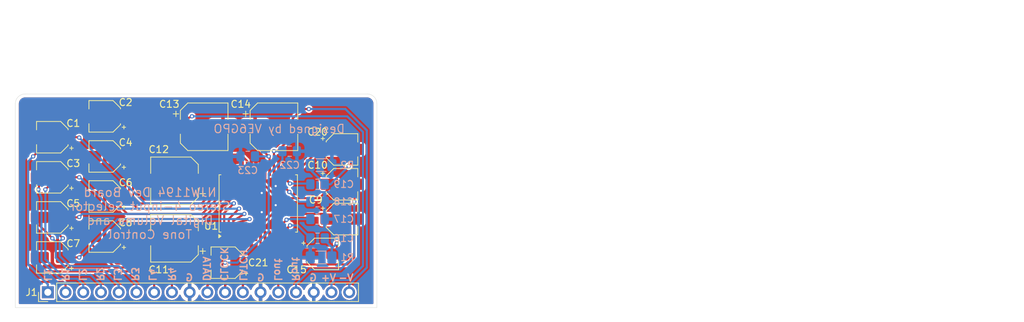
<source format=kicad_pcb>
(kicad_pcb (version 20240108) (generator "pcbnew") (generator_version "8.0")
  (layers (0 "F.Cu" signal) (31 "B.Cu" signal) (34 "B.Paste" user) (35 "F.Paste" user) (36 "B.SilkS" user "B.Silkscreen") (37 "F.SilkS" user "F.Silkscreen") (38 "B.Mask" user) (39 "F.Mask" user) (44 "Edge.Cuts" user))
  (net 0 "")
  (net 1 "Net-(U1-In_A1)")
  (net 2 "Net-(U1-In_B1)")
  (net 3 "Net-(U1-In_A2)")
  (net 4 "Net-(U1-In_B2)")
  (net 5 "Net-(U1-In_A3)")
  (net 6 "Net-(U1-In_B3)")
  (net 7 "Net-(U1-In_A4)")
  (net 8 "Net-(U1-In_B4)")
  (net 9 "Net-(U1-Out_A)")
  (net 10 "Net-(U1-Out_B)")
  (net 11 "Net-(U1-DCCAP_A)")
  (net 12 "GND")
  (net 13 "Net-(U1-DCCAP_B)")
  (net 14 "/V+")
  (net 15 "/V-")
  (net 16 "Net-(C15-Pad2)")
  (net 17 "Net-(U1-Tone_BA2A)")
  (net 18 "Net-(U1-Tone_BA1A)")
  (net 19 "Net-(U1-Tone_TR1A)")
  (net 20 "Net-(U1-Tone_TR1B)")
  (net 21 "Net-(U1-Tone_BA1B)")
  (net 22 "Net-(C19-Pad1)")
  (net 23 "Net-(U1-Tone_BA2B)")
  (net 24 "Net-(U1-VDDOUT)")
  (net 25 "/L1_in")
  (net 26 "/R1_in")
  (net 27 "/L2_in")
  (net 28 "/R2_in")
  (net 29 "/L3_in")
  (net 30 "/R3_in")
  (net 31 "/L4_in")
  (net 32 "/R4_in")
  (net 33 "/L_out")
  (net 34 "/R_out")
  (net 35 "/LATCH")
  (net 36 "/CLOCK")
  (net 37 "/DATA")
  (footprint "Capacitor_SMD:CP_Elec_4x5.7" (layer "F.Cu") (at 102.25 86.5 180)
    (property "Reference" "C7" (at -3 2 180) (layer "F.SilkS"))
    (property "Value" "10u")
    (pad "1" smd roundrect (at -1.8 0 180) (size 2.6 1.6) (layers "F.Cu" "F.Paste" "F.Mask") (roundrect_rratio 0.15625) (net 7 "Net-(U1-In_A4)"))
    (pad "2" smd roundrect (at 1.8 0 180) (size 2.6 1.6) (layers "F.Cu" "F.Paste" "F.Mask") (roundrect_rratio 0.15625) (net 31 "/L4_in"))
  )
  (footprint "Capacitor_SMD:CP_Elec_6.3x7.7" (layer "F.Cu") (at 124 67.75)
    (property "Reference" "C13" (at -5 -3.25 0) (layer "F.SilkS"))
    (property "Value" "100u")
    (pad "1" smd roundrect (at -2.7 0) (size 3.5 1.6) (layers "F.Cu" "F.Paste" "F.Mask") (roundrect_rratio 0.15625) (net 14 "/V+"))
    (pad "2" smd roundrect (at 2.7 0) (size 3.5 1.6) (layers "F.Cu" "F.Paste" "F.Mask") (roundrect_rratio 0.15625) (net 12 "GND"))
  )
  (footprint "Capacitor_SMD:CP_Elec_6.3x7.7" (layer "F.Cu") (at 119.75 75.5 180)
    (property "Reference" "C12" (at 2.25 4.5 0) (layer "F.SilkS"))
    (property "Value" "100u")
    (pad "1" smd roundrect (at -2.7 0 180) (size 3.5 1.6) (layers "F.Cu" "F.Paste" "F.Mask") (roundrect_rratio 0.15625) (net 13 "Net-(U1-DCCAP_B)"))
    (pad "2" smd roundrect (at 2.7 0 180) (size 3.5 1.6) (layers "F.Cu" "F.Paste" "F.Mask") (roundrect_rratio 0.15625) (net 12 "GND"))
  )
  (footprint "Capacitor_SMD:CP_Elec_4x5.7" (layer "F.Cu") (at 143.75 71)
    (property "Reference" "C20" (at -3.5 -2.5 180) (layer "F.SilkS"))
    (property "Value" "4u7")
    (pad "1" smd roundrect (at -1.8 0) (size 2.6 1.6) (layers "F.Cu" "F.Paste" "F.Mask") (roundrect_rratio 0.15625) (net 23 "Net-(U1-Tone_BA2B)"))
    (pad "2" smd roundrect (at 1.8 0) (size 2.6 1.6) (layers "F.Cu" "F.Paste" "F.Mask") (roundrect_rratio 0.15625) (net 22 "Net-(C19-Pad1)"))
  )
  (footprint "Capacitor_SMD:CP_Elec_4x5.7" (layer "F.Cu") (at 127.25 87.25 180)
    (property "Reference" "C21" (at -4.5 0 0) (layer "F.SilkS"))
    (property "Value" "10u")
    (pad "1" smd roundrect (at -1.8 0 180) (size 2.6 1.6) (layers "F.Cu" "F.Paste" "F.Mask") (roundrect_rratio 0.15625) (net 24 "Net-(U1-VDDOUT)"))
    (pad "2" smd roundrect (at 1.8 0 180) (size 2.6 1.6) (layers "F.Cu" "F.Paste" "F.Mask") (roundrect_rratio 0.15625) (net 15 "/V-"))
  )
  (footprint "Capacitor_SMD:CP_Elec_4x5.7" (layer "F.Cu") (at 102.25 80.75 180)
    (property "Reference" "C5" (at -3 2 180) (layer "F.SilkS"))
    (property "Value" "10u")
    (pad "1" smd roundrect (at -1.8 0 180) (size 2.6 1.6) (layers "F.Cu" "F.Paste" "F.Mask") (roundrect_rratio 0.15625) (net 5 "Net-(U1-In_A3)"))
    (pad "2" smd roundrect (at 1.8 0 180) (size 2.6 1.6) (layers "F.Cu" "F.Paste" "F.Mask") (roundrect_rratio 0.15625) (net 29 "/L3_in"))
  )
  (footprint "GP_graphics:graph" (layer "F.Cu") (at 115.25 68.25)
    (property "Reference" "G***" (hide yes))
    (property "Value" "LOGO" (hide yes))
  )
  (footprint "Capacitor_SMD:CP_Elec_6.3x7.7" (layer "F.Cu") (at 134 67.75)
    (property "Reference" "C14" (at -4.75 -3.25 0) (layer "F.SilkS"))
    (property "Value" "100u")
    (pad "1" smd roundrect (at -2.7 0) (size 3.5 1.6) (layers "F.Cu" "F.Paste" "F.Mask") (roundrect_rratio 0.15625) (net 12 "GND"))
    (pad "2" smd roundrect (at 2.7 0) (size 3.5 1.6) (layers "F.Cu" "F.Paste" "F.Mask") (roundrect_rratio 0.15625) (net 15 "/V-"))
  )
  (footprint "Capacitor_SMD:CP_Elec_4x5.7" (layer "F.Cu") (at 109.75 72 180)
    (property "Reference" "C4" (at -3 2 180) (layer "F.SilkS"))
    (property "Value" "10u")
    (pad "1" smd roundrect (at -1.8 0 180) (size 2.6 1.6) (layers "F.Cu" "F.Paste" "F.Mask") (roundrect_rratio 0.15625) (net 4 "Net-(U1-In_B2)"))
    (pad "2" smd roundrect (at 1.8 0 180) (size 2.6 1.6) (layers "F.Cu" "F.Paste" "F.Mask") (roundrect_rratio 0.15625) (net 28 "/R2_in"))
  )
  (footprint "Capacitor_SMD:CP_Elec_4x5.7" (layer "F.Cu") (at 143.75 81)
    (property "Reference" "C9" (at -3.75 -2.75 0) (layer "F.SilkS"))
    (property "Value" "10u")
    (pad "1" smd roundrect (at -1.8 0) (size 2.6 1.6) (layers "F.Cu" "F.Paste" "F.Mask") (roundrect_rratio 0.15625) (net 9 "Net-(U1-Out_A)"))
    (pad "2" smd roundrect (at 1.8 0) (size 2.6 1.6) (layers "F.Cu" "F.Paste" "F.Mask") (roundrect_rratio 0.15625) (net 33 "/L_out"))
  )
  (footprint "Capacitor_SMD:CP_Elec_4x5.7" (layer "F.Cu") (at 109.75 77.75 180)
    (property "Reference" "C6" (at -3 2 180) (layer "F.SilkS"))
    (property "Value" "10u")
    (pad "1" smd roundrect (at -1.8 0 180) (size 2.6 1.6) (layers "F.Cu" "F.Paste" "F.Mask") (roundrect_rratio 0.15625) (net 6 "Net-(U1-In_B3)"))
    (pad "2" smd roundrect (at 1.8 0 180) (size 2.6 1.6) (layers "F.Cu" "F.Paste" "F.Mask") (roundrect_rratio 0.15625) (net 30 "/R3_in"))
  )
  (footprint "Capacitor_SMD:CP_Elec_4x5.7" (layer "F.Cu") (at 141 86)
    (property "Reference" "C15" (at -3.75 2.25 180) (layer "F.SilkS"))
    (property "Value" "4u7")
    (pad "1" smd roundrect (at -1.8 0) (size 2.6 1.6) (layers "F.Cu" "F.Paste" "F.Mask") (roundrect_rratio 0.15625) (net 17 "Net-(U1-Tone_BA2A)"))
    (pad "2" smd roundrect (at 1.8 0) (size 2.6 1.6) (layers "F.Cu" "F.Paste" "F.Mask") (roundrect_rratio 0.15625) (net 16 "Net-(C15-Pad2)"))
  )
  (footprint "Package_SO:TSSOP-32_8x11mm_P0.65mm" (layer "F.Cu") (at 131.75 78.75 90)
    (property "Reference" "U1" (at -3.25 -6.75 180) (layer "F.SilkS"))
    (property "Value" "NJW1194")
    (pad "1" smd roundrect (at -4.6625 -4.875 90) (size 1.475 0.4) (layers "F.Cu" "F.Paste" "F.Mask") (net 1 "Net-(U1-In_A1)"))
    (pad "2" smd roundrect (at -4.6625 -4.225 90) (size 1.475 0.4) (layers "F.Cu" "F.Paste" "F.Mask") (net 3 "Net-(U1-In_A2)"))
    (pad "3" smd roundrect (at -4.6625 -3.575 90) (size 1.475 0.4) (layers "F.Cu" "F.Paste" "F.Mask") (net 5 "Net-(U1-In_A3)"))
    (pad "4" smd roundrect (at -4.6625 -2.925 90) (size 1.475 0.4) (layers "F.Cu" "F.Paste" "F.Mask") (net 7 "Net-(U1-In_A4)"))
    (pad "5" smd roundrect (at -4.6625 -2.275 90) (size 1.475 0.4) (layers "F.Cu" "F.Paste" "F.Mask") (net 12 "GND"))
    (pad "6" smd roundrect (at -4.6625 -1.625 90) (size 1.475 0.4) (layers "F.Cu" "F.Paste" "F.Mask") (net 11 "Net-(U1-DCCAP_A)"))
    (pad "7" smd roundrect (at -4.6625 -0.975 90) (size 1.475 0.4) (layers "F.Cu" "F.Paste" "F.Mask") (net 12 "GND"))
    (pad "8" smd roundrect (at -4.6625 -0.325 90) (size 1.475 0.4) (layers "F.Cu" "F.Paste" "F.Mask") (net 9 "Net-(U1-Out_A)"))
    (pad "9" smd roundrect (at -4.6625 0.325 90) (size 1.475 0.4) (layers "F.Cu" "F.Paste" "F.Mask") (net 24 "Net-(U1-VDDOUT)"))
    (pad "10" smd roundrect (at -4.6625 0.975 90) (size 1.475 0.4) (layers "F.Cu" "F.Paste" "F.Mask") (net 37 "/DATA"))
    (pad "11" smd roundrect (at -4.6625 1.625 90) (size 1.475 0.4) (layers "F.Cu" "F.Paste" "F.Mask") (net 36 "/CLOCK"))
    (pad "12" smd roundrect (at -4.6625 2.275 90) (size 1.475 0.4) (layers "F.Cu" "F.Paste" "F.Mask") (net 35 "/LATCH"))
    (pad "13" smd roundrect (at -4.6625 2.925 90) (size 1.475 0.4) (layers "F.Cu" "F.Paste" "F.Mask") (net 12 "GND"))
    (pad "14" smd roundrect (at -4.6625 3.575 90) (size 1.475 0.4) (layers "F.Cu" "F.Paste" "F.Mask") (net 19 "Net-(U1-Tone_TR1A)"))
    (pad "15" smd roundrect (at -4.6625 4.225 90) (size 1.475 0.4) (layers "F.Cu" "F.Paste" "F.Mask") (net 18 "Net-(U1-Tone_BA1A)"))
    (pad "16" smd roundrect (at -4.6625 4.875 90) (size 1.475 0.4) (layers "F.Cu" "F.Paste" "F.Mask") (net 17 "Net-(U1-Tone_BA2A)"))
    (pad "17" smd roundrect (at 4.6625 4.875 90) (size 1.475 0.4) (layers "F.Cu" "F.Paste" "F.Mask") (net 23 "Net-(U1-Tone_BA2B)"))
    (pad "18" smd roundrect (at 4.6625 4.225 90) (size 1.475 0.4) (layers "F.Cu" "F.Paste" "F.Mask") (net 21 "Net-(U1-Tone_BA1B)"))
    (pad "19" smd roundrect (at 4.6625 3.575 90) (size 1.475 0.4) (layers "F.Cu" "F.Paste" "F.Mask") (net 20 "Net-(U1-Tone_TR1B)"))
    (pad "20" smd roundrect (at 4.6625 2.925 90) (size 1.475 0.4) (layers "F.Cu" "F.Paste" "F.Mask") (net 12 "GND"))
    (pad "21" smd roundrect (at 4.6625 2.275 90) (size 1.475 0.4) (layers "F.Cu" "F.Paste" "F.Mask") (net 15 "/V-"))
    (pad "22" smd roundrect (at 4.6625 1.625 90) (size 1.475 0.4) (layers "F.Cu" "F.Paste" "F.Mask") (net 14 "/V+"))
    (pad "23" smd roundrect (at 4.6625 0.975 90) (size 1.475 0.4) (layers "F.Cu" "F.Paste" "F.Mask") (net 12 "GND"))
    (pad "24" smd roundrect (at 4.6625 0.325 90) (size 1.475 0.4) (layers "F.Cu" "F.Paste" "F.Mask") (net 12 "GND"))
    (pad "25" smd roundrect (at 4.6625 -0.325 90) (size 1.475 0.4) (layers "F.Cu" "F.Paste" "F.Mask") (net 10 "Net-(U1-Out_B)"))
    (pad "26" smd roundrect (at 4.6625 -0.975 90) (size 1.475 0.4) (layers "F.Cu" "F.Paste" "F.Mask") (net 12 "GND"))
    (pad "27" smd roundrect (at 4.6625 -1.625 90) (size 1.475 0.4) (layers "F.Cu" "F.Paste" "F.Mask") (net 13 "Net-(U1-DCCAP_B)"))
    (pad "28" smd roundrect (at 4.6625 -2.275 90) (size 1.475 0.4) (layers "F.Cu" "F.Paste" "F.Mask") (net 12 "GND"))
    (pad "29" smd roundrect (at 4.6625 -2.925 90) (size 1.475 0.4) (layers "F.Cu" "F.Paste" "F.Mask") (net 8 "Net-(U1-In_B4)"))
    (pad "30" smd roundrect (at 4.6625 -3.575 90) (size 1.475 0.4) (layers "F.Cu" "F.Paste" "F.Mask") (net 6 "Net-(U1-In_B3)"))
    (pad "31" smd roundrect (at 4.6625 -4.225 90) (size 1.475 0.4) (layers "F.Cu" "F.Paste" "F.Mask") (net 4 "Net-(U1-In_B2)"))
    (pad "32" smd roundrect (at 4.6625 -4.875 90) (size 1.475 0.4) (layers "F.Cu" "F.Paste" "F.Mask") (net 2 "Net-(U1-In_B1)"))
  )
  (footprint "Capacitor_SMD:CP_Elec_4x5.7" (layer "F.Cu") (at 109.75 66.25 180)
    (property "Reference" "C2" (at -3 2 180) (layer "F.SilkS"))
    (property "Value" "10u")
    (pad "1" smd roundrect (at -1.8 0 180) (size 2.6 1.6) (layers "F.Cu" "F.Paste" "F.Mask") (roundrect_rratio 0.15625) (net 2 "Net-(U1-In_B1)"))
    (pad "2" smd roundrect (at 1.8 0 180) (size 2.6 1.6) (layers "F.Cu" "F.Paste" "F.Mask") (roundrect_rratio 0.15625) (net 26 "/R1_in"))
  )
  (footprint "Connector_PinHeader_2.54mm:PinHeader_1x18_P2.54mm_Vertical" (layer "F.Cu") (at 101.6 91.5 90)
    (property "Reference" "J1" (at 0 -2.33 0) (layer "F.SilkS"))
    (property "Value" "Conn_01x18_Pin")
    (pad "1" thru_hole rect (at 0 0 90) (size 1.7 1.7) (drill 1) (layers "*.Cu" "*.Mask") (net 25 "/L1_in"))
    (pad "2" thru_hole oval (at 0 2.54 90) (size 1.7 1.7) (drill 1) (layers "*.Cu" "*.Mask") (net 26 "/R1_in"))
    (pad "3" thru_hole oval (at 0 5.08 90) (size 1.7 1.7) (drill 1) (layers "*.Cu" "*.Mask") (net 27 "/L2_in"))
    (pad "4" thru_hole oval (at 0 7.62 90) (size 1.7 1.7) (drill 1) (layers "*.Cu" "*.Mask") (net 28 "/R2_in"))
    (pad "5" thru_hole oval (at 0 10.16 90) (size 1.7 1.7) (drill 1) (layers "*.Cu" "*.Mask") (net 29 "/L3_in"))
    (pad "6" thru_hole oval (at 0 12.7 90) (size 1.7 1.7) (drill 1) (layers "*.Cu" "*.Mask") (net 30 "/R3_in"))
    (pad "7" thru_hole oval (at 0 15.24 90) (size 1.7 1.7) (drill 1) (layers "*.Cu" "*.Mask") (net 31 "/L4_in"))
    (pad "8" thru_hole oval (at 0 17.78 90) (size 1.7 1.7) (drill 1) (layers "*.Cu" "*.Mask") (net 32 "/R4_in"))
    (pad "9" thru_hole oval (at 0 20.32 90) (size 1.7 1.7) (drill 1) (layers "*.Cu" "*.Mask") (net 12 "GND"))
    (pad "10" thru_hole oval (at 0 22.86 90) (size 1.7 1.7) (drill 1) (layers "*.Cu" "*.Mask") (net 37 "/DATA"))
    (pad "11" thru_hole oval (at 0 25.4 90) (size 1.7 1.7) (drill 1) (layers "*.Cu" "*.Mask") (net 36 "/CLOCK"))
    (pad "12" thru_hole oval (at 0 27.94 90) (size 1.7 1.7) (drill 1) (layers "*.Cu" "*.Mask") (net 35 "/LATCH"))
    (pad "13" thru_hole oval (at 0 30.48 90) (size 1.7 1.7) (drill 1) (layers "*.Cu" "*.Mask") (net 12 "GND"))
    (pad "14" thru_hole oval (at 0 33.02 90) (size 1.7 1.7) (drill 1) (layers "*.Cu" "*.Mask") (net 33 "/L_out"))
    (pad "15" thru_hole oval (at 0 35.56 90) (size 1.7 1.7) (drill 1) (layers "*.Cu" "*.Mask") (net 34 "/R_out"))
    (pad "16" thru_hole oval (at 0 38.1 90) (size 1.7 1.7) (drill 1) (layers "*.Cu" "*.Mask") (net 12 "GND"))
    (pad "17" thru_hole oval (at 0 40.64 90) (size 1.7 1.7) (drill 1) (layers "*.Cu" "*.Mask") (net 14 "/V+"))
    (pad "18" thru_hole oval (at 0 43.18 90) (size 1.7 1.7) (drill 1) (layers "*.Cu" "*.Mask") (net 15 "/V-"))
  )
  (footprint "Capacitor_SMD:CP_Elec_4x5.7" (layer "F.Cu") (at 102.25 75 180)
    (property "Reference" "C3" (at -3 2 180) (layer "F.SilkS"))
    (property "Value" "10u")
    (pad "1" smd roundrect (at -1.8 0 180) (size 2.6 1.6) (layers "F.Cu" "F.Paste" "F.Mask") (roundrect_rratio 0.15625) (net 3 "Net-(U1-In_A2)"))
    (pad "2" smd roundrect (at 1.8 0 180) (size 2.6 1.6) (layers "F.Cu" "F.Paste" "F.Mask") (roundrect_rratio 0.15625) (net 27 "/L2_in"))
  )
  (footprint "Capacitor_SMD:CP_Elec_4x5.7" (layer "F.Cu") (at 109.75 83.5 180)
    (property "Reference" "C8" (at -3 2 180) (layer "F.SilkS"))
    (property "Value" "10u")
    (pad "1" smd roundrect (at -1.8 0 180) (size 2.6 1.6) (layers "F.Cu" "F.Paste" "F.Mask") (roundrect_rratio 0.15625) (net 8 "Net-(U1-In_B4)"))
    (pad "2" smd roundrect (at 1.8 0 180) (size 2.6 1.6) (layers "F.Cu" "F.Paste" "F.Mask") (roundrect_rratio 0.15625) (net 32 "/R4_in"))
  )
  (footprint "Capacitor_SMD:CP_Elec_4x5.7" (layer "F.Cu") (at 102.25 69.25 180)
    (property "Reference" "C1" (at -3 2 180) (layer "F.SilkS"))
    (property "Value" "10u")
    (pad "1" smd roundrect (at -1.8 0 180) (size 2.6 1.6) (layers "F.Cu" "F.Paste" "F.Mask") (roundrect_rratio 0.15625) (net 1 "Net-(U1-In_A1)"))
    (pad "2" smd roundrect (at 1.8 0 180) (size 2.6 1.6) (layers "F.Cu" "F.Paste" "F.Mask") (roundrect_rratio 0.15625) (net 25 "/L1_in"))
  )
  (footprint "Capacitor_SMD:CP_Elec_4x5.7" (layer "F.Cu") (at 143.75 76)
    (property "Reference" "C10" (at -3.5 -2.75 0) (layer "F.SilkS"))
    (property "Value" "10u")
    (pad "1" smd roundrect (at -1.8 0) (size 2.6 1.6) (layers "F.Cu" "F.Paste" "F.Mask") (roundrect_rratio 0.15625) (net 10 "Net-(U1-Out_B)"))
    (pad "2" smd roundrect (at 1.8 0) (size 2.6 1.6) (layers "F.Cu" "F.Paste" "F.Mask") (roundrect_rratio 0.15625) (net 34 "/R_out"))
  )
  (footprint "Capacitor_SMD:CP_Elec_6.3x7.7" (layer "F.Cu") (at 119.75 83.75 180)
    (property "Reference" "C11" (at 2.25 -4.5 0) (layer "F.SilkS"))
    (property "Value" "100u")
    (pad "1" smd roundrect (at -2.7 0 180) (size 3.5 1.6) (layers "F.Cu" "F.Paste" "F.Mask") (roundrect_rratio 0.15625) (net 11 "Net-(U1-DCCAP_A)"))
    (pad "2" smd roundrect (at 2.7 0 180) (size 3.5 1.6) (layers "F.Cu" "F.Paste" "F.Mask") (roundrect_rratio 0.15625) (net 12 "GND"))
  )
  (footprint "Capacitor_SMD:C_0805_2012Metric_Pad1.18x1.45mm_HandSolder" (layer "B.Cu") (at 130.25 72)
    (property "Reference" "C23" (at 0 2 0) (layer "B.SilkS") (effects (justify mirror)))
    (property "Value" "100n")
    (pad "1" smd roundrect (at -1.0375 0) (size 1.175 1.45) (layers "B.Cu" "B.Paste" "B.Mask") (roundrect_rratio 0.212766) (net 12 "GND"))
    (pad "2" smd roundrect (at 1.0375 0) (size 1.175 1.45) (layers "B.Cu" "B.Paste" "B.Mask") (roundrect_rratio 0.212766) (net 14 "/V+"))
  )
  (footprint "Capacitor_SMD:C_0805_2012Metric_Pad1.18x1.45mm_HandSolder" (layer "B.Cu") (at 136.25 71.25)
    (property "Reference" "C22" (at 0 2 0) (layer "B.SilkS") (effects (justify mirror)))
    (property "Value" "100n")
    (pad "1" smd roundrect (at -1.0375 0) (size 1.175 1.45) (layers "B.Cu" "B.Paste" "B.Mask") (roundrect_rratio 0.212766) (net 15 "/V-"))
    (pad "2" smd roundrect (at 1.0375 0) (size 1.175 1.45) (layers "B.Cu" "B.Paste" "B.Mask") (roundrect_rratio 0.212766) (net 12 "GND"))
  )
  (footprint "Capacitor_SMD:C_0805_2012Metric_Pad1.18x1.45mm_HandSolder" (layer "B.Cu") (at 140.25 78.5 180)
    (property "Reference" "C18" (at -3.75 0 180) (layer "B.SilkS") (effects (justify mirror)))
    (property "Value" "3n3")
    (pad "1" smd roundrect (at -1.0375 0 180) (size 1.175 1.45) (layers "B.Cu" "B.Paste" "B.Mask") (roundrect_rratio 0.212766) (net 12 "GND"))
    (pad "2" smd roundrect (at 1.0375 0 180) (size 1.175 1.45) (layers "B.Cu" "B.Paste" "B.Mask") (roundrect_rratio 0.212766) (net 20 "Net-(U1-Tone_TR1B)"))
  )
  (footprint "Capacitor_SMD:C_0805_2012Metric_Pad1.18x1.45mm_HandSolder" (layer "B.Cu") (at 140.25 81 180)
    (property "Reference" "C17" (at -3.75 0 180) (layer "B.SilkS") (effects (justify mirror)))
    (property "Value" "3n3")
    (pad "1" smd roundrect (at -1.0375 0 180) (size 1.175 1.45) (layers "B.Cu" "B.Paste" "B.Mask") (roundrect_rratio 0.212766) (net 12 "GND"))
    (pad "2" smd roundrect (at 1.0375 0 180) (size 1.175 1.45) (layers "B.Cu" "B.Paste" "B.Mask") (roundrect_rratio 0.212766) (net 19 "Net-(U1-Tone_TR1A)"))
  )
  (footprint "Resistor_SMD:R_1206_3216Metric_Pad1.30x1.75mm_HandSolder" (layer "B.Cu") (at 140.75 73.25)
    (property "Reference" "R2" (at 3.75 0 0) (layer "B.SilkS") (effects (justify mirror)))
    (property "Value" "4k7")
    (pad "1" smd roundrect (at -1.55 0) (size 1.3 1.75) (layers "B.Cu" "B.Paste" "B.Mask") (roundrect_rratio 0.192308) (net 22 "Net-(C19-Pad1)"))
    (pad "2" smd roundrect (at 1.55 0) (size 1.3 1.75) (layers "B.Cu" "B.Paste" "B.Mask") (roundrect_rratio 0.192308) (net 12 "GND"))
  )
  (footprint "Capacitor_SMD:C_0805_2012Metric_Pad1.18x1.45mm_HandSolder" (layer "B.Cu") (at 140.25 76 180)
    (property "Reference" "C19" (at -3.75 0 180) (layer "B.SilkS") (effects (justify mirror)))
    (property "Value" "100n")
    (pad "1" smd roundrect (at -1.0375 0 180) (size 1.175 1.45) (layers "B.Cu" "B.Paste" "B.Mask") (roundrect_rratio 0.212766) (net 22 "Net-(C19-Pad1)"))
    (pad "2" smd roundrect (at 1.0375 0 180) (size 1.175 1.45) (layers "B.Cu" "B.Paste" "B.Mask") (roundrect_rratio 0.212766) (net 21 "Net-(U1-Tone_BA1B)"))
  )
  (footprint "Resistor_SMD:R_1206_3216Metric_Pad1.30x1.75mm_HandSolder" (layer "B.Cu") (at 140.75 86.5)
    (property "Reference" "R1" (at 3.75 0 0) (layer "B.SilkS") (effects (justify mirror)))
    (property "Value" "4k7")
    (pad "1" smd roundrect (at -1.55 0) (size 1.3 1.75) (layers "B.Cu" "B.Paste" "B.Mask") (roundrect_rratio 0.192308) (net 12 "GND"))
    (pad "2" smd roundrect (at 1.55 0) (size 1.3 1.75) (layers "B.Cu" "B.Paste" "B.Mask") (roundrect_rratio 0.192308) (net 16 "Net-(C15-Pad2)"))
  )
  (footprint "Capacitor_SMD:C_0805_2012Metric_Pad1.18x1.45mm_HandSolder" (layer "B.Cu") (at 140.25 83.75 180)
    (property "Reference" "C16" (at -3.75 0 180) (layer "B.SilkS") (effects (justify mirror)))
    (property "Value" "100n")
    (pad "1" smd roundrect (at -1.0375 0 180) (size 1.175 1.45) (layers "B.Cu" "B.Paste" "B.Mask") (roundrect_rratio 0.212766) (net 16 "Net-(C15-Pad2)"))
    (pad "2" smd roundrect (at 1.0375 0 180) (size 1.175 1.45) (layers "B.Cu" "B.Paste" "B.Mask") (roundrect_rratio 0.212766) (net 18 "Net-(U1-Tone_BA1A)"))
  )
  (gr_arc (start 147.35 63.04) (mid 148.339949 63.450051) (end 148.75 64.44) (stroke (width 0.05)) (layer "Edge.Cuts"))
  (gr_line (start 96.95 93.69) (end 96.95 64.44) (stroke (width 0.05)) (layer "Edge.Cuts"))
  (gr_arc (start 96.95 64.44) (mid 97.360051 63.450051) (end 98.35 63.04) (stroke (width 0.05)) (layer "Edge.Cuts"))
  (gr_line (start 148.75 64.44) (end 148.75 93.69) (stroke (width 0.05)) (layer "Edge.Cuts"))
  (gr_line (start 98.35 63.04) (end 147.35 63.04) (stroke (width 0.05)) (layer "Edge.Cuts"))
  (gr_line (start 148.75 93.69) (end 96.95 93.69) (stroke (width 0.05)) (layer "Edge.Cuts"))
  (gr_text "R2" (at 108.5 90 270) (layer "B.SilkS") (effects (font (size 1 1) (thickness 0.2) (bold yes)) (justify left bottom mirror)))
  (gr_text "G" (at 132.75 90 0) (layer "B.SilkS") (effects (font (size 1 1) (thickness 0.2) (bold yes)) (justify left bottom mirror)))
  (gr_text "CLOCK" (at 126.25 90 270) (layer "B.SilkS") (effects (font (size 1 1) (thickness 0.2) (bold yes)) (justify left bottom mirror)))
  (gr_text "L3" (at 111 90 270) (layer "B.SilkS") (effects (font (size 1 1) (thickness 0.2) (bold yes)) (justify left bottom mirror)))
  (gr_text "Designed by VE6GPO" (at 144.25 68.75 0) (layer "B.SilkS") (effects (font (size 1.2 1.2)) (justify left bottom mirror)))
  (gr_text "L1" (at 101 90 270) (layer "B.SilkS") (effects (font (size 1 1) (thickness 0.2) (bold yes)) (justify left bottom mirror)))
  (gr_text "DATA" (at 123.75 90 270) (layer "B.SilkS") (effects (font (size 1 1) (thickness 0.2) (bold yes)) (justify left bottom mirror)))
  (gr_text "V-" (at 145.5 90 0) (layer "B.SilkS") (effects (font (size 1 1) (thickness 0.2) (bold yes)) (justify left bottom mirror)))
  (gr_text "R4" (at 118.75 90 270) (layer "B.SilkS") (effects (font (size 1 1) (thickness 0.2) (bold yes)) (justify left bottom mirror)))
  (gr_text "L4" (at 116 90 270) (layer "B.SilkS") (effects (font (size 1 1) (thickness 0.2) (bold yes)) (justify left bottom mirror)))
  (gr_text "V+" (at 143 90 0) (layer "B.SilkS") (effects (font (size 1 1) (thickness 0.2) (bold yes)) (justify left bottom mirror)))
  (gr_text "R3" (at 113.5 90 270) (layer "B.SilkS") (effects (font (size 1 1) (thickness 0.2) (bold yes)) (justify left bottom mirror)))
  (gr_text "LATCH" (at 129 90 270) (layer "B.SilkS") (effects (font (size 1 1) (thickness 0.2) (bold yes)) (justify left bottom mirror)))
  (gr_text "Lout" (at 134 90 270) (layer "B.SilkS") (effects (font (size 1 1) (thickness 0.2) (bold yes)) (justify left bottom mirror)))
  (gr_text "R1" (at 103.5 90 270) (layer "B.SilkS") (effects (font (size 1 1) (thickness 0.2) (bold yes)) (justify left bottom mirror)))
  (gr_text "L2" (at 106 90 270) (layer "B.SilkS") (effects (font (size 1 1) (thickness 0.2) (bold yes)) (justify left bottom mirror)))
  (gr_text "G" (at 140.25 90 0) (layer "B.SilkS") (effects (font (size 1 1) (thickness 0.2) (bold yes)) (justify left bottom mirror)))
  (gr_text "G" (at 122.5 90 0) (layer "B.SilkS") (effects (font (size 1 1) (thickness 0.2) (bold yes)) (justify left bottom mirror)))
  (gr_text "Rout" (at 136.5 90 270) (layer "B.SilkS") (effects (font (size 1 1) (thickness 0.2) (bold yes)) (justify left bottom mirror)))
  (gr_text_box "NJW1194 Dev Board\nStereo 4-input Selector Digital Volume and Tone Control" (start 103.625 75.5) (end 128.875 84.5) (layer "B.SilkS") (effects (font (size 1.25 1.25) (thickness 0.15625)) (justify top mirror)) (border no) (stroke (width 0.1)))
  (segment (start 104.05 69.25) (end 106.05 69.25) (width 0.3048) (layer "F.Cu") (net 1))
  (segment (start 126.875 80.125) (end 126.875 83.4125) (width 0.3048) (layer "F.Cu") (net 1))
  (segment (start 106.05 69.25) (end 106.1 69.3) (width 0.3048) (layer "F.Cu") (net 1))
  (segment (start 128.25 78.75) (end 126.875 80.125) (width 0.3048) (layer "F.Cu") (net 1))
  (via (at 128.25 78.75) (size 0.6096) (drill 0.3048) (layers "F.Cu" "B.Cu") (net 1))
  (via (at 106.1 69.3) (size 0.6096) (drill 0.3048) (layers "F.Cu" "B.Cu") (net 1))
  (segment (start 128.25 78.75) (end 115.55 78.75) (width 0.3048) (layer "B.Cu") (net 1))
  (segment (start 115.55 78.75) (end 106.1 69.3) (width 0.3048) (layer "B.Cu") (net 1))
  (segment (start 114.790262 78.75) (end 113.8152 77.774938) (width 0.3048) (layer "F.Cu") (net 2))
  (segment (start 123.629214 78.75) (end 114.790262 78.75) (width 0.3048) (layer "F.Cu") (net 2))
  (segment (start 126.875 74.0875) (end 126.875 75.504214) (width 0.3048) (layer "F.Cu") (net 2))
  (segment (start 113.8152 77.774938) (end 113.8152 69.5652) (width 0.3048) (layer "F.Cu") (net 2))
  (segment (start 111.55 67.3) (end 111.55 66.25) (width 0.3048) (layer "F.Cu") (net 2))
  (segment (start 113.8152 69.5652) (end 111.55 67.3) (width 0.3048) (layer "F.Cu") (net 2))
  (segment (start 126.875 75.504214) (end 123.629214 78.75) (width 0.3048) (layer "F.Cu") (net 2))
  (segment (start 104.05 75) (end 106.1 75) (width 0.3048) (layer "F.Cu") (net 3))
  (segment (start 129 79.5) (end 127.525 80.975) (width 0.3048) (layer "F.Cu") (net 3))
  (segment (start 127.525 80.975) (end 127.525 83.4125) (width 0.3048) (layer "F.Cu") (net 3))
  (via (at 129 79.5) (size 0.6096) (drill 0.3048) (layers "F.Cu" "B.Cu") (net 3))
  (via (at 106.1 75) (size 0.6096) (drill 0.3048) (layers "F.Cu" "B.Cu") (net 3))
  (segment (start 110.7 79.5) (end 106.2 75) (width 0.3048) (layer "B.Cu") (net 3))
  (segment (start 129 79.5) (end 110.7 79.5) (width 0.3048) (layer "B.Cu") (net 3))
  (segment (start 127.525 74.0875) (end 127.525 75.644476) (width 0.3048) (layer "F.Cu") (net 4))
  (segment (start 127.525 75.644476) (end 123.669476 79.5) (width 0.3048) (layer "F.Cu") (net 4))
  (segment (start 113.2564 74.7564) (end 111.55 73.05) (width 0.3048) (layer "F.Cu") (net 4))
  (segment (start 123.669476 79.5) (end 114.5 79.5) (width 0.3048) (layer "F.Cu") (net 4))
  (segment (start 113.2564 78.2564) (end 113.2564 74.7564) (width 0.3048) (layer "F.Cu") (net 4))
  (segment (start 114.5 79.5) (end 113.2564 78.2564) (width 0.3048) (layer "F.Cu") (net 4))
  (segment (start 111.55 73.05) (end 111.55 72) (width 0.3048) (layer "F.Cu") (net 4))
  (segment (start 106.05 80.75) (end 106.1 80.7) (width 0.3048) (layer "F.Cu") (net 5))
  (segment (start 129.75 80.25) (end 128.175 81.25) (width 0.3048) (layer "F.Cu") (net 5))
  (segment (start 104.05 80.75) (end 106.05 80.75) (width 0.3048) (layer "F.Cu") (net 5))
  (segment (start 128.175 81.25) (end 128.175 83.4125) (width 0.3048) (layer "F.Cu") (net 5))
  (via (at 106.1 80.7) (size 0.6096) (drill 0.3048) (layers "F.Cu" "B.Cu") (net 5))
  (via (at 129.75 80.25) (size 0.6096) (drill 0.3048) (layers "F.Cu" "B.Cu") (net 5))
  (segment (start 106.55 80.25) (end 106.1 80.7) (width 0.3048) (layer "B.Cu") (net 5))
  (segment (start 129.75 80.25) (end 106.55 80.25) (width 0.3048) (layer "B.Cu") (net 5))
  (segment (start 111.55 78.8) (end 111.55 77.75) (width 0.3048) (layer "F.Cu") (net 6))
  (segment (start 123.709738 80.25) (end 113 80.25) (width 0.3048) (layer "F.Cu") (net 6))
  (segment (start 113 80.25) (end 111.55 78.8) (width 0.3048) (layer "F.Cu") (net 6))
  (segment (start 128.175 74.0875) (end 128.175 75.784738) (width 0.3048) (layer "F.Cu") (net 6))
  (segment (start 128.175 75.784738) (end 123.709738 80.25) (width 0.3048) (layer "F.Cu") (net 6))
  (segment (start 130.5 81) (end 128.825 81.5) (width 0.3048) (layer "F.Cu") (net 7))
  (segment (start 104.05 86.5) (end 106.1 86.5) (width 0.3048) (layer "F.Cu") (net 7))
  (segment (start 128.825 81.5) (end 128.825 83.4125) (width 0.3048) (layer "F.Cu") (net 7))
  (via (at 106.1 86.5) (size 0.6096) (drill 0.3048) (layers "F.Cu" "B.Cu") (net 7))
  (via (at 130.5 81) (size 0.6096) (drill 0.3048) (layers "F.Cu" "B.Cu") (net 7))
  (segment (start 130.5 81) (end 111.6 81) (width 0.3048) (layer "B.Cu") (net 7))
  (segment (start 111.6 81) (end 106.1 86.5) (width 0.3048) (layer "B.Cu") (net 7))
  (segment (start 128.825 75.925) (end 123.75 81) (width 0.3048) (layer "F.Cu") (net 8))
  (segment (start 111.55 82.45) (end 111.55 83.5) (width 0.3048) (layer "F.Cu") (net 8))
  (segment (start 128.825 74.0875) (end 128.825 75.925) (width 0.3048) (layer "F.Cu") (net 8))
  (segment (start 123.75 81) (end 113 81) (width 0.3048) (layer "F.Cu") (net 8))
  (segment (start 113 81) (end 111.55 82.45) (width 0.3048) (layer "F.Cu") (net 8))
  (segment (start 141.95 81) (end 141.2 80.25) (width 0.3048) (layer "F.Cu") (net 9))
  (segment (start 133.78107 80.25) (end 131.425 82.60607) (width 0.3048) (layer "F.Cu") (net 9))
  (segment (start 131.425 82.60607) (end 131.425 83.4125) (width 0.3048) (layer "F.Cu") (net 9))
  (segment (start 141.2 80.25) (end 133.78107 80.25) (width 0.3048) (layer "F.Cu") (net 9))
  (segment (start 141.95 76) (end 141.95 76.55) (width 0.3048) (layer "F.Cu") (net 10))
  (segment (start 131.425 74.89393) (end 131.425 74.0875) (width 0.3048) (layer "F.Cu") (net 10))
  (segment (start 141.95 76.55) (end 140.5 78) (width 0.3048) (layer "F.Cu") (net 10))
  (segment (start 140.5 78) (end 134.53107 78) (width 0.3048) (layer "F.Cu") (net 10))
  (segment (start 134.53107 78) (end 131.425 74.89393) (width 0.3048) (layer "F.Cu") (net 10))
  (segment (start 130.125 84.875) (end 130.125 83.4125) (width 0.3048) (layer "F.Cu") (net 11))
  (segment (start 122.45 84.95) (end 123 85.5) (width 0.3048) (layer "F.Cu") (net 11))
  (segment (start 123 85.5) (end 129.5 85.5) (width 0.3048) (layer "F.Cu") (net 11))
  (segment (start 129.5 85.5) (end 130.125 84.875) (width 0.3048) (layer "F.Cu") (net 11))
  (segment (start 122.45 83.75) (end 122.45 84.95) (width 0.3048) (layer "F.Cu") (net 11))
  (segment (start 132 68.45) (end 131.3 67.75) (width 0.3048) (layer "F.Cu") (net 12))
  (segment (start 126.7 67.75) (end 131.3 67.75) (width 0.4) (layer "F.Cu") (net 12))
  (via (at 132.25 77.25) (size 0.6096) (drill 0.3048) (layers "F.Cu" "B.Cu") (net 12))
  (via (at 134.25 76.25) (size 0.6096) (drill 0.3048) (layers "F.Cu" "B.Cu") (net 12))
  (via (at 132.25 80) (size 0.6096) (drill 0.3048) (layers "F.Cu" "B.Cu") (net 12))
  (via (at 134.25 79) (size 0.6096) (drill 0.3048) (layers "F.Cu" "B.Cu") (net 12))
  (segment (start 124.75 71.75) (end 129.25 71.75) (width 0.3048) (layer "F.Cu") (net 13))
  (segment (start 129.25 71.75) (end 130.125 72.625) (width 0.3048) (layer "F.Cu") (net 13))
  (segment (start 130.125 72.625) (end 130.125 74.0875) (width 0.3048) (layer "F.Cu") (net 13))
  (segment (start 122.45 74.05) (end 124.75 71.75) (width 0.3048) (layer "F.Cu") (net 13))
  (segment (start 122.45 75.5) (end 122.45 74.05) (width 0.3048) (layer "F.Cu") (net 13))
  (segment (start 131.25 70) (end 133.25 72) (width 0.3048) (layer "F.Cu") (net 14))
  (segment (start 121.3 66.7) (end 121.3 67.75) (width 0.3048) (layer "F.Cu") (net 14))
  (segment (start 121.3 67.75) (end 121.3 68.8) (width 0.3048) (layer "F.Cu") (net 14))
  (segment (start 133.25 72) (end 133.375 72.125) (width 0.3048) (layer "F.Cu") (net 14))
  (segment (start 122.25 66.25) (end 121.3 66.7) (width 0.3048) (layer "F.Cu") (net 14))
  (segment (start 121.3 68.8) (end 122.5 70) (width 0.3048) (layer "F.Cu") (net 14))
  (segment (start 133.375 72.125) (end 133.375 74.0875) (width 0.3048) (layer "F.Cu") (net 14))
  (segment (start 122.5 70) (end 131.25 70) (width 0.3048) (layer "F.Cu") (net 14))
  (via (at 133.25 72) (size 0.6096) (drill 0.3048) (layers "F.Cu" "B.Cu") (net 14))
  (via (at 122.25 66.25) (size 0.6096) (drill 0.3048) (layers "F.Cu" "B.Cu") (net 14))
  (segment (start 144.715394 89.75) (end 142.75 89.75) (width 0.3048) (layer "B.Cu") (net 14))
  (segment (start 131.2875 72) (end 133.25 72) (width 0.3048) (layer "B.Cu") (net 14))
  (segment (start 144.5 66.25) (end 146.75 68.5) (width 0.3048) (layer "B.Cu") (net 14))
  (segment (start 142.75 89.75) (end 142.24 90.26) (width 0.3048) (layer "B.Cu") (net 14))
  (segment (start 146.75 87.715394) (end 144.715394 89.75) (width 0.3048) (layer "B.Cu") (net 14))
  (segment (start 146.75 68.5) (end 146.75 87.715394) (width 0.3048) (layer "B.Cu") (net 14))
  (segment (start 142.24 90.26) (end 142.24 91.5) (width 0.3048) (layer "B.Cu") (net 14))
  (segment (start 122.25 66.25) (end 144.5 66.25) (width 0.3048) (layer "B.Cu") (net 14))
  (segment (start 136.7 67.75) (end 136.7 69.05) (width 0.3048) (layer "F.Cu") (net 15))
  (segment (start 138.05 65.2) (end 136.7 66.55) (width 0.3048) (layer "F.Cu") (net 15))
  (segment (start 134 74.0625) (end 134.025 74.0875) (width 0.3048) (layer "F.Cu") (net 15))
  (segment (start 136.7 66.55) (end 136.7 67.75) (width 0.3048) (layer "F.Cu") (net 15))
  (segment (start 134 71.25) (end 134 74.0625) (width 0.3048) (layer "F.Cu") (net 15))
  (segment (start 139 65.2) (end 138.05 65.2) (width 0.3048) (layer "F.Cu") (net 15))
  (segment (start 126.45 87.25) (end 127 87.25) (width 0.3048) (layer "F.Cu") (net 15))
  (segment (start 136.7 69.05) (end 134.5 71.25) (width 0.3048) (layer "F.Cu") (net 15))
  (segment (start 134.5 71.25) (end 134 71.25) (width 0.3048) (layer "F.Cu") (net 15))
  (via (at 139 65.2) (size 0.6096) (drill 0.3048) (layers "F.Cu" "B.Cu") (net 15))
  (via (at 127 87.25) (size 0.6096) (drill 0.3048) (layers "F.Cu" "B.Cu") (net 15))
  (via (at 134 71.25) (size 0.6096) (drill 0.3048) (layers "F.Cu" "B.Cu") (net 15))
  (segment (start 144.78 90.47) (end 144.78 91.5) (width 0.3048) (layer "B.Cu") (net 15))
  (segment (start 147.3048 87.9452) (end 144.78 90.47) (width 0.3048) (layer "B.Cu") (net 15))
  (segment (start 139 65.2) (end 144.234606 65.2) (width 0.3048) (layer "B.Cu") (net 15))
  (segment (start 133.25 82.75) (end 133.25 74.5) (width 0.3048) (layer "B.Cu") (net 15))
  (segment (start 144.234606 65.2) (end 147.3048 68.270194) (width 0.3048) (layer "B.Cu") (net 15))
  (segment (start 128.75 87.25) (end 133.25 82.75) (width 0.3048) (layer "B.Cu") (net 15))
  (segment (start 135.2125 71.25) (end 134 71.25) (width 0.3048) (layer "B.Cu") (net 15))
  (segment (start 127 87.25) (end 128.75 87.25) (width 0.3048) (layer "B.Cu") (net 15))
  (segment (start 135.2125 72.5375) (end 135.2125 71.25) (width 0.3048) (layer "B.Cu") (net 15))
  (segment (start 147.3048 68.270194) (end 147.3048 87.9452) (width 0.3048) (layer "B.Cu") (net 15))
  (segment (start 133.25 74.5) (end 135.2125 72.5375) (width 0.3048) (layer "B.Cu") (net 15))
  (segment (start 143 84.5) (end 143 85.8) (width 0.3048) (layer "F.Cu") (net 16))
  (segment (start 143 85.8) (end 142.8 86) (width 0.3048) (layer "F.Cu") (net 16))
  (via (at 143 84.5) (size 0.6096) (drill 0.3048) (layers "F.Cu" "B.Cu") (net 16))
  (segment (start 142.3 85.05) (end 142.3 86.5) (width 0.3048) (layer "B.Cu") (net 16))
  (segment (start 141.2875 83.75) (end 141.2875 84.0375) (width 0.3048) (layer "B.Cu") (net 16))
  (segment (start 142.3 86.5) (end 142.3 85.2) (width 0.3048) (layer "B.Cu") (net 16))
  (segment (start 141.2875 84.0375) (end 142.3 85.05) (width 0.3048) (layer "B.Cu") (net 16))
  (segment (start 142.3 85.2) (end 143 84.5) (width 0.3048) (layer "B.Cu") (net 16))
  (segment (start 136.625 85.125) (end 136.625 83.4125) (width 0.3048) (layer "F.Cu") (net 17))
  (segment (start 139.2 86) (end 137.5 86) (width 0.3048) (layer "F.Cu") (net 17))
  (segment (start 137.5 86) (end 136.625 85.125) (width 0.3048) (layer "F.Cu") (net 17))
  (segment (start 135.975 83.4125) (end 135.975 82.225) (width 0.3048) (layer "F.Cu") (net 18))
  (segment (start 135.975 82.225) (end 136.3 81.9) (width 0.3048) (layer "F.Cu") (net 18))
  (via (at 136.3 81.9) (size 0.6096) (drill 0.3048) (layers "F.Cu" "B.Cu") (net 18))
  (segment (start 137.4 81.9) (end 139.2125 83.7125) (width 0.3048) (layer "B.Cu") (net 18))
  (segment (start 136.3 81.9) (end 137.4 81.9) (width 0.3048) (layer "B.Cu") (net 18))
  (segment (start 139.2125 83.7125) (end 139.2125 83.75) (width 0.3048) (layer "B.Cu") (net 18))
  (segment (start 135.325 83.4125) (end 135.325 81.575) (width 0.3048) (layer "F.Cu") (net 19))
  (segment (start 135.325 81.575) (end 135.8 81.1) (width 0.3048) (layer "F.Cu") (net 19))
  (via (at 135.8 81.1) (size 0.6096) (drill 0.3048) (layers "F.Cu" "B.Cu") (net 19))
  (segment (start 135.9 81) (end 139.2125 81) (width 0.3048) (layer "B.Cu") (net 19))
  (segment (start 135.8 81.1) (end 135.9 81) (width 0.3048) (layer "B.Cu") (net 19))
  (segment (start 135.325 76.225) (end 136.2 77.1) (width 0.3048) (layer "F.Cu") (net 20))
  (segment (start 135.325 74.0875) (end 135.325 76.225) (width 0.3048) (layer "F.Cu") (net 20))
  (via (at 136.2 77.1) (size 0.6096) (drill 0.3048) (layers "F.Cu" "B.Cu") (net 20))
  (segment (start 137.6 78.5) (end 139.2125 78.5) (width 0.3048) (layer "B.Cu") (net 20))
  (segment (start 136.2 77.1) (end 137.6 78.5) (width 0.3048) (layer "B.Cu") (net 20))
  (segment (start 135.975 74.0875) (end 135.975 75.575) (width 0.3048) (layer "F.Cu") (net 21))
  (segment (start 135.975 75.575) (end 136.3 75.9) (width 0.3048) (layer "F.Cu") (net 21))
  (via (at 136.3 75.9) (size 0.6096) (drill 0.3048) (layers "F.Cu" "B.Cu") (net 21))
  (segment (start 139.1125 75.9) (end 139.2125 76) (width 0.3048) (layer "B.Cu") (net 21))
  (segment (start 136.3 75.9) (end 139.1125 75.9) (width 0.3048) (layer "B.Cu") (net 21))
  (segment (start 145.55 72.55) (end 145.55 71) (width 0.3048) (layer "F.Cu") (net 22))
  (segment (start 144.7 73.4) (end 145.55 72.55) (width 0.3048) (layer "F.Cu") (net 22))
  (via (at 144.7 73.4) (size 0.6096) (drill 0.3048) (layers "F.Cu" "B.Cu") (net 22))
  (segment (start 142.1 76) (end 144.7 73.4) (width 0.3048) (layer "B.Cu") (net 22))
  (segment (start 139.2 73.9125) (end 141.2875 76) (width 0.3048) (layer "B.Cu") (net 22))
  (segment (start 141.2875 76) (end 142.1 76) (width 0.3048) (layer "B.Cu") (net 22))
  (segment (start 139.2 73.25) (end 139.2 73.9125) (width 0.3048) (layer "B.Cu") (net 22))
  (segment (start 136.625 74.0875) (end 137.4125 74.0875) (width 0.3048) (layer "F.Cu") (net 23))
  (segment (start 137.4125 74.0875) (end 140.5 71) (width 0.3048) (layer "F.Cu") (net 23))
  (segment (start 140.5 71) (end 141.95 71) (width 0.3048) (layer "F.Cu") (net 23))
  (segment (start 130.05 87.25) (end 130.75 87.25) (width 0.3048) (layer "F.Cu") (net 24))
  (segment (start 130.75 87.25) (end 132.075 85.925) (width 0.3048) (layer "F.Cu") (net 24))
  (segment (start 132.075 85.925) (end 132.075 83.4125) (width 0.3048) (layer "F.Cu") (net 24))
  (segment (start 100.5 69.25) (end 100.5 71) (width 0.3048) (layer "F.Cu") (net 25))
  (segment (start 100.45 69.25) (end 100.5 69.25) (width 0.3048) (layer "F.Cu") (net 25))
  (segment (start 100.5 71) (end 99.5 72) (width 0.3048) (layer "F.Cu") (net 25))
  (via (at 99.5 72) (size 0.6096) (drill 0.3048) (layers "F.Cu" "B.Cu") (net 25))
  (segment (start 101.6 90.35) (end 101.6 91.5) (width 0.3048) (layer "B.Cu") (net 25))
  (segment (start 99.5 72) (end 98.7928 72.7072) (width 0.3048) (layer "B.Cu") (net 25))
  (segment (start 98.7928 87.5428) (end 101.6 90.35) (width 0.3048) (layer "B.Cu") (net 25))
  (segment (start 98.7928 72.7072) (end 98.7928 87.5428) (width 0.3048) (layer "B.Cu") (net 25))
  (segment (start 100.5 66.25) (end 98.5 68.25) (width 0.3048) (layer "F.Cu") (net 26))
  (segment (start 107.95 66.25) (end 100.5 66.25) (width 0.3048) (layer "F.Cu") (net 26))
  (segment (start 98.5 68.25) (end 98.5 88.5) (width 0.3048) (layer "F.Cu") (net 26))
  (segment (start 98.5 88.5) (end 100 90) (width 0.3048) (layer "F.Cu") (net 26))
  (segment (start 100 90) (end 103.75 90) (width 0.3048) (layer "F.Cu") (net 26))
  (segment (start 104.14 90.39) (end 104.14 91.5) (width 0.3048) (layer "F.Cu") (net 26))
  (segment (start 103.75 90) (end 104.14 90.39) (width 0.3048) (layer "F.Cu") (net 26))
  (segment (start 100.45 75.8) (end 100.45 75) (width 0.3048) (layer "F.Cu") (net 27))
  (segment (start 100.25 76.75) (end 100.45 75.8) (width 0.3048) (layer "F.Cu") (net 27))
  (via (at 100.25 76.75) (size 0.6096) (drill 0.3048) (layers "F.Cu" "B.Cu") (net 27))
  (segment (start 100.6912 77.9412) (end 100.6912 86.981462) (width 0.3048) (layer "B.Cu") (net 27))
  (segment (start 103.268538 89.5588) (end 105.8088 89.5588) (width 0.3048) (layer "B.Cu") (net 27))
  (segment (start 100.6912 86.981462) (end 103.268538 89.5588) (width 0.3048) (layer "B.Cu") (net 27))
  (segment (start 100.25 76.75) (end 100.6912 77.9412) (width 0.3048) (layer "B.Cu") (net 27))
  (segment (start 106.68 90.43) (end 106.68 91.5) (width 0.3048) (layer "B.Cu") (net 27))
  (segment (start 105.8088 89.5588) (end 106.68 90.43) (width 0.3048) (layer "B.Cu") (net 27))
  (segment (start 107.95 72) (end 104.5 72) (width 0.3048) (layer "F.Cu") (net 28))
  (segment (start 104.5 72) (end 102.1564 74.3436) (width 0.3048) (layer "F.Cu") (net 28))
  (segment (start 102.1564 75.8436) (end 101.25 76.75) (width 0.3048) (layer "F.Cu") (net 28))
  (segment (start 102.1564 74.3436) (end 102.1564 75.8436) (width 0.3048) (layer "F.Cu") (net 28))
  (via (at 101.25 76.75) (size 0.6096) (drill 0.3048) (layers "F.Cu" "B.Cu") (net 28))
  (segment (start 103.5 89) (end 107.75 89) (width 0.3048) (layer "B.Cu") (net 28))
  (segment (start 101.25 76.75) (end 101.25 86.75) (width 0.3048) (layer "B.Cu") (net 28))
  (segment (start 109.22 90.47) (end 109.22 91.5) (width 0.3048) (layer "B.Cu") (net 28))
  (segment (start 107.75 89) (end 109.22 90.47) (width 0.3048) (layer "B.Cu") (net 28))
  (segment (start 101.25 86.75) (end 103.5 89) (width 0.3048) (layer "B.Cu") (net 28))
  (segment (start 100.45 80.75) (end 100.45 81.95) (width 0.3048) (layer "F.Cu") (net 29))
  (segment (start 100.45 81.95) (end 102.25 83.75) (width 0.3048) (layer "F.Cu") (net 29))
  (via (at 102.25 83.75) (size 0.6096) (drill 0.3048) (layers "F.Cu" "B.Cu") (net 29))
  (segment (start 104.518538 88.3088) (end 109.5588 88.3088) (width 0.3048) (layer "B.Cu") (net 29))
  (segment (start 111.76 90.51) (end 111.76 91.5) (width 0.3048) (layer "B.Cu") (net 29))
  (segment (start 102.75 86.540262) (end 104.518538 88.3088) (width 0.3048) (layer "B.Cu") (net 29))
  (segment (start 109.5588 88.3088) (end 111.76 90.51) (width 0.3048) (layer "B.Cu") (net 29))
  (segment (start 102.75 84.25) (end 102.75 86.540262) (width 0.3048) (layer "B.Cu") (net 29))
  (segment (start 102.25 83.75) (end 102.75 84.25) (width 0.3048) (layer "B.Cu") (net 29))
  (segment (start 102.25 82.25) (end 103.75 83.75) (width 0.3048) (layer "F.Cu") (net 30))
  (segment (start 102.25 80.014782) (end 102.25 82.25) (width 0.3048) (layer "F.Cu") (net 30))
  (segment (start 104.514782 77.75) (end 102.25 80.014782) (width 0.3048) (layer "F.Cu") (net 30))
  (segment (start 107.95 77.75) (end 104.514782 77.75) (width 0.3048) (layer "F.Cu") (net 30))
  (via (at 103.75 83.75) (size 0.6096) (drill 0.3048) (layers "F.Cu" "B.Cu") (net 30))
  (segment (start 103.75 83.75) (end 103.3088 84.1912) (width 0.3048) (layer "B.Cu") (net 30))
  (segment (start 104.75 87.75) (end 111.75 87.75) (width 0.3048) (layer "B.Cu") (net 30))
  (segment (start 111.75 87.75) (end 114.3 90.3) (width 0.3048) (layer "B.Cu") (net 30))
  (segment (start 103.3088 86.3088) (end 104.75 87.75) (width 0.3048) (layer "B.Cu") (net 30))
  (segment (start 103.3088 84.1912) (end 103.3088 86.3088) (width 0.3048) (layer "B.Cu") (net 30))
  (segment (start 114.3 90.3) (end 114.3 91.5) (width 0.3048) (layer "B.Cu") (net 30))
  (segment (start 115 88.5) (end 116.84 90.34) (width 0.3048) (layer "F.Cu") (net 31))
  (segment (start 101 88.5) (end 115 88.5) (width 0.3048) (layer "F.Cu") (net 31))
  (segment (start 116.84 90.34) (end 116.84 91.5) (width 0.3048) (layer "F.Cu") (net 31))
  (segment (start 100.45 87.95) (end 101 88.5) (width 0.3048) (layer "F.Cu") (net 31))
  (segment (start 100.45 86.5) (end 100.45 87.95) (width 0.3048) (layer "F.Cu") (net 31))
  (segment (start 111.1912 87.9412) (end 116.9412 87.9412) (width 0.3048) (layer "F.Cu") (net 32))
  (segment (start 116.9412 87.9412) (end 119.38 90.38) (width 0.3048) (layer "F.Cu") (net 32))
  (segment (start 119.38 90.38) (end 119.38 91.5) (width 0.3048) (layer "F.Cu") (net 32))
  (segment (start 107.95 83.5) (end 107.95 84.7) (width 0.3048) (layer "F.Cu") (net 32))
  (segment (start 107.95 84.7) (end 111.1912 87.9412) (width 0.3048) (layer "F.Cu") (net 32))
  (segment (start 145.5 86.5) (end 144.5 87.5) (width 0.3048) (layer "F.Cu") (net 33))
  (segment (start 145.55 81) (end 145.5 81.05) (width 0.3048) (layer "F.Cu") (net 33))
  (segment (start 134.62 90.38) (end 134.62 91.5) (width 0.3048) (layer "F.Cu") (net 33))
  (segment (start 137.5 87.5) (end 134.62 90.38) (width 0.3048) (layer "F.Cu") (net 33))
  (segment (start 144.5 87.5) (end 137.5 87.5) (width 0.3048) (layer "F.Cu") (net 33))
  (segment (start 145.5 81.05) (end 145.5 86.5) (width 0.3048) (layer "F.Cu") (net 33))
  (segment (start 145.55 76) (end 145.55 78.45) (width 0.3048) (layer "F.Cu") (net 34))
  (segment (start 145.55 78.45) (end 145.5 78.5) (width 0.3048) (layer "F.Cu") (net 34))
  (via (at 145.5 78.5) (size 0.6096) (drill 0.3048) (layers "F.Cu" "B.Cu") (net 34))
  (segment (start 145.5 86.25) (end 143.5 88.25) (width 0.3048) (layer "B.Cu") (net 34))
  (segment (start 145.5 78.5) (end 145.5 86.25) (width 0.3048) (layer "B.Cu") (net 34))
  (segment (start 139.25 88.25) (end 137.16 90.34) (width 0.3048) (layer "B.Cu") (net 34))
  (segment (start 143.5 88.25) (end 139.25 88.25) (width 0.3048) (layer "B.Cu") (net 34))
  (segment (start 137.16 90.34) (end 137.16 91.5) (width 0.3048) (layer "B.Cu") (net 34))
  (segment (start 130.3824 89.6176) (end 130.962924 89.6176) (width 0.3048) (layer "F.Cu") (net 35))
  (segment (start 129.54 91.5) (end 129.54 90.46) (width 0.3048) (layer "F.Cu") (net 35))
  (segment (start 129.54 90.46) (end 130.3824 89.6176) (width 0.3048) (layer "F.Cu") (net 35))
  (segment (start 134.025 86.555524) (end 134.025 83.4125) (width 0.3048) (layer "F.Cu") (net 35))
  (segment (start 130.962924 89.6176) (end 134.025 86.555524) (width 0.3048) (layer "F.Cu") (net 35))
  (segment (start 127 90.5) (end 128.4412 89.0588) (width 0.3048) (layer "F.Cu") (net 36))
  (segment (start 127 91.5) (end 127 90.5) (width 0.3048) (layer "F.Cu") (net 36))
  (segment (start 128.4412 89.0588) (end 130.731462 89.0588) (width 0.3048) (layer "F.Cu") (net 36))
  (segment (start 130.731462 89.0588) (end 133.375 86.415262) (width 0.3048) (layer "F.Cu") (net 36))
  (segment (start 133.375 86.415262) (end 133.375 83.4125) (width 0.3048) (layer "F.Cu") (net 36))
  (segment (start 128.209738 88.5) (end 130.5 88.5) (width 0.3048) (layer "F.Cu") (net 37))
  (segment (start 127.209738 89.5) (end 128.209738 88.5) (width 0.3048) (layer "F.Cu") (net 37))
  (segment (start 130.5 88.5) (end 132.725 86.275) (width 0.3048) (layer "F.Cu") (net 37))
  (segment (start 124.46 90.54) (end 125.5 89.5) (width 0.3048) (layer "F.Cu") (net 37))
  (segment (start 125.5 89.5) (end 127.209738 89.5) (width 0.3048) (layer "F.Cu") (net 37))
  (segment (start 132.725 86.275) (end 132.725 83.4125) (width 0.3048) (layer "F.Cu") (net 37))
  (segment (start 124.46 91.5) (end 124.46 90.54) (width 0.3048) (layer "F.Cu") (net 37))
  (zone (net 12) (net_name "GND") (layers "F&B.Cu") (connect_pads (clearance 0.25)) (min_thickness 0.25) (fill yes (thermal_gap 0.5) (thermal_bridge_width 0.5))
    (polygon (pts (xy 94.75 61) (xy 151.25 60.75) (xy 151.13 95.758) (xy 95 95.5)))
  )
)
</source>
